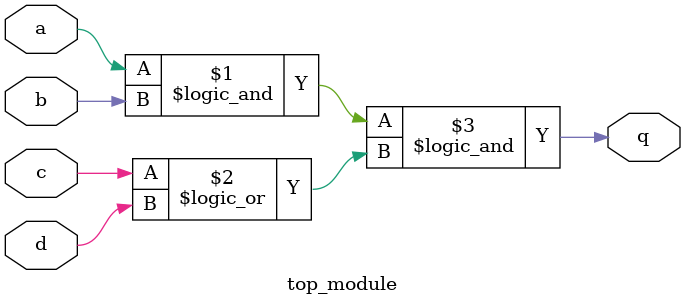
<source format=sv>
module top_module (
    input a, 
    input b, 
    input c, 
    input d,
    output q
);

    // assign q = a & b & (c | d);  // original code

    assign q = a && b && (c || d); // corrected code
    
endmodule

</source>
